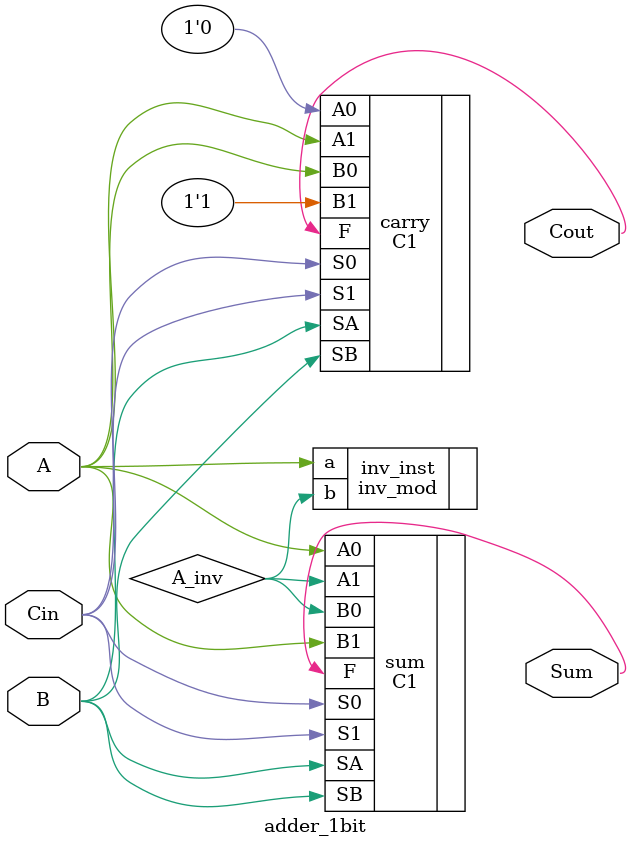
<source format=v>
module adder_1bit (
    input wire A,
    input wire B,
    input wire Cin,
    output wire Sum,
    output wire Cout
);

    wire A_inv;
    inv_mod inv_inst (
        .a(A),
        .b(A_inv)
    );

    C1 sum (
        .A0(A), .A1(A_inv),
        .SA(B),
        .B0(A_inv), .B1(A),
        .SB(B),
        .S0(Cin), .S1(Cin),
        .F(Sum)
    );

    C1 carry (
        .A0(1'b0), .A1(A),
        .SA(B),
        .B0(A), .B1(1'b1),
        .SB(B),
        .S0(Cin), .S1(Cin),
        .F(Cout)
    );
endmodule
</source>
